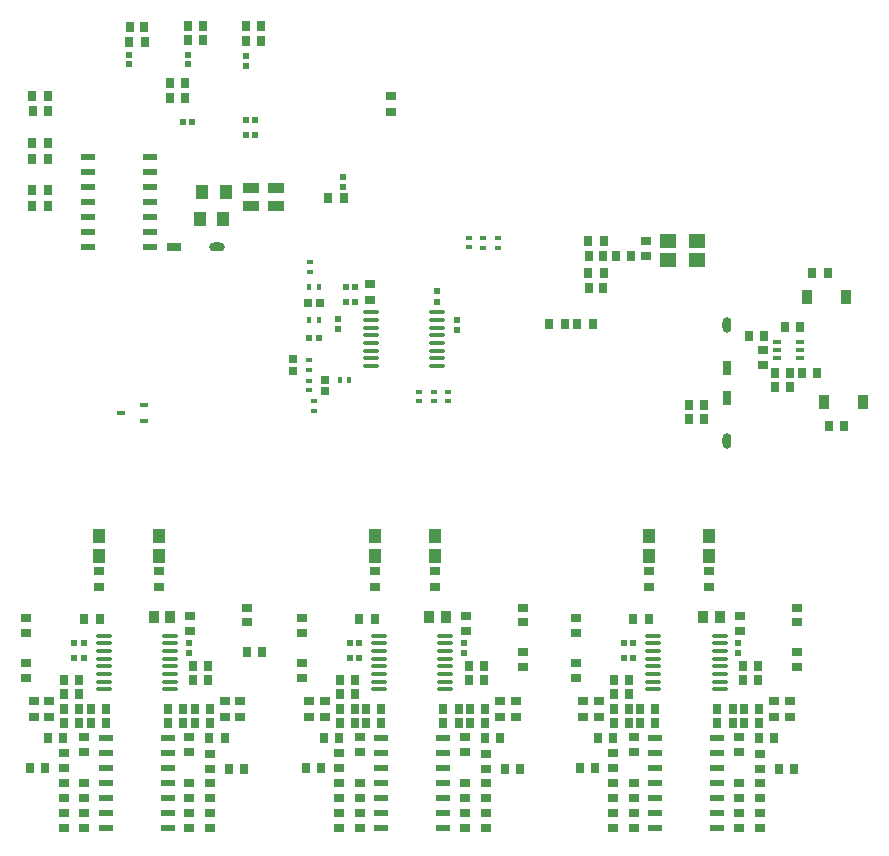
<source format=gbp>
G04*
G04 #@! TF.GenerationSoftware,Altium Limited,Altium Designer,24.2.2 (26)*
G04*
G04 Layer_Color=128*
%FSLAX44Y44*%
%MOMM*%
G71*
G04*
G04 #@! TF.SameCoordinates,5A119275-FC27-4C3E-9DDE-49B88916FCE2*
G04*
G04*
G04 #@! TF.FilePolarity,Positive*
G04*
G01*
G75*
%ADD25R,0.5200X0.5200*%
%ADD27R,0.5200X0.5200*%
%ADD33R,0.9500X0.8000*%
%ADD35R,0.5500X0.5500*%
%ADD43R,0.7500X0.8500*%
%ADD44R,0.7000X0.8500*%
%ADD45R,0.8000X0.4000*%
%ADD85R,0.7000X0.4200*%
%ADD86R,0.8500X0.7500*%
%ADD87O,1.4000X0.3500*%
%ADD88R,1.0500X1.1500*%
%ADD89R,0.8000X0.9500*%
%ADD90R,0.7621X1.3082*%
G04:AMPARAMS|DCode=91|XSize=1.3082mm|YSize=0.7621mm|CornerRadius=0.3811mm|HoleSize=0mm|Usage=FLASHONLY|Rotation=270.000|XOffset=0mm|YOffset=0mm|HoleType=Round|Shape=RoundedRectangle|*
%AMROUNDEDRECTD91*
21,1,1.3082,0.0000,0,0,270.0*
21,1,0.5461,0.7621,0,0,270.0*
1,1,0.7621,0.0000,-0.2730*
1,1,0.7621,0.0000,0.2730*
1,1,0.7621,0.0000,0.2730*
1,1,0.7621,0.0000,-0.2730*
%
%ADD91ROUNDEDRECTD91*%
G04:AMPARAMS|DCode=92|XSize=0.55mm|YSize=1.25mm|CornerRadius=0.0495mm|HoleSize=0mm|Usage=FLASHONLY|Rotation=270.000|XOffset=0mm|YOffset=0mm|HoleType=Round|Shape=RoundedRectangle|*
%AMROUNDEDRECTD92*
21,1,0.5500,1.1510,0,0,270.0*
21,1,0.4510,1.2500,0,0,270.0*
1,1,0.0990,-0.5755,-0.2255*
1,1,0.0990,-0.5755,0.2255*
1,1,0.0990,0.5755,0.2255*
1,1,0.0990,0.5755,-0.2255*
%
%ADD92ROUNDEDRECTD92*%
%ADD93R,1.3082X0.7621*%
G04:AMPARAMS|DCode=94|XSize=1.3082mm|YSize=0.7621mm|CornerRadius=0.3811mm|HoleSize=0mm|Usage=FLASHONLY|Rotation=0.000|XOffset=0mm|YOffset=0mm|HoleType=Round|Shape=RoundedRectangle|*
%AMROUNDEDRECTD94*
21,1,1.3082,0.0000,0,0,0.0*
21,1,0.5461,0.7621,0,0,0.0*
1,1,0.7621,0.2730,0.0000*
1,1,0.7621,-0.2730,0.0000*
1,1,0.7621,-0.2730,0.0000*
1,1,0.7621,0.2730,0.0000*
%
%ADD94ROUNDEDRECTD94*%
%ADD95R,0.4000X0.5000*%
%ADD96R,1.3500X0.9500*%
%ADD97R,1.0000X1.2500*%
%ADD98R,0.5000X0.4000*%
%ADD99R,0.6725X0.7154*%
%ADD100R,0.7154X0.6725*%
%ADD101R,1.4562X1.2546*%
%ADD102R,0.9500X1.0500*%
%ADD103R,0.8500X0.7000*%
%ADD104R,0.8621X0.7565*%
%ADD105R,0.9100X1.2200*%
D25*
X292000Y662500D02*
D03*
X300000D02*
D03*
X207448Y803751D02*
D03*
X215448D02*
D03*
X207448Y816501D02*
D03*
X215448D02*
D03*
X161948Y815001D02*
D03*
X153948D02*
D03*
X535500Y373250D02*
D03*
X527500D02*
D03*
X303500Y360500D02*
D03*
X295500D02*
D03*
X303500Y373250D02*
D03*
X295500D02*
D03*
X70250Y373250D02*
D03*
X62250D02*
D03*
X70250Y360500D02*
D03*
X62250D02*
D03*
X269350Y632000D02*
D03*
X261350D02*
D03*
X535500Y360500D02*
D03*
X527500D02*
D03*
X300000Y675250D02*
D03*
X292000D02*
D03*
D27*
X158250Y863750D02*
D03*
Y871750D02*
D03*
X108750Y863750D02*
D03*
Y871750D02*
D03*
X392500Y373500D02*
D03*
Y365500D02*
D03*
X159250Y373500D02*
D03*
Y365500D02*
D03*
X386500Y639000D02*
D03*
Y647000D02*
D03*
X207448Y870500D02*
D03*
Y862500D02*
D03*
X624500Y373500D02*
D03*
Y365500D02*
D03*
D33*
X312750Y677900D02*
D03*
Y664400D02*
D03*
X274250Y310750D02*
D03*
Y324250D02*
D03*
X261000Y310750D02*
D03*
Y324250D02*
D03*
X436087Y310750D02*
D03*
Y324250D02*
D03*
X422837Y310750D02*
D03*
Y324250D02*
D03*
X189587Y310750D02*
D03*
Y324250D02*
D03*
X202837Y310750D02*
D03*
Y324250D02*
D03*
X27750Y310750D02*
D03*
Y324250D02*
D03*
X41000Y310750D02*
D03*
Y324250D02*
D03*
X654837Y310750D02*
D03*
Y324250D02*
D03*
X668087Y310750D02*
D03*
Y324250D02*
D03*
X493000Y310750D02*
D03*
Y324250D02*
D03*
X506250Y310750D02*
D03*
Y324250D02*
D03*
D35*
X285850Y648250D02*
D03*
Y639250D02*
D03*
X369500Y662250D02*
D03*
Y671250D02*
D03*
X290000Y759250D02*
D03*
Y768250D02*
D03*
D43*
X595750Y563000D02*
D03*
X582750D02*
D03*
X497500Y686500D02*
D03*
X510500D02*
D03*
X497500Y713750D02*
D03*
X510500D02*
D03*
X533500Y701250D02*
D03*
X520500D02*
D03*
X501000Y644000D02*
D03*
X488000D02*
D03*
X464500D02*
D03*
X477500D02*
D03*
X277250Y750000D02*
D03*
X290250D02*
D03*
X171250Y883750D02*
D03*
X158250D02*
D03*
X158250Y896250D02*
D03*
X171250D02*
D03*
X273250Y293100D02*
D03*
X286250D02*
D03*
X322250Y306100D02*
D03*
X309250D02*
D03*
X258000Y267850D02*
D03*
X271000D02*
D03*
X322250Y318100D02*
D03*
X309250D02*
D03*
X374750Y318000D02*
D03*
X387750D02*
D03*
X422750Y292850D02*
D03*
X409750D02*
D03*
X374750Y306000D02*
D03*
X387750D02*
D03*
X439500Y266850D02*
D03*
X426500D02*
D03*
X206250Y266850D02*
D03*
X193250D02*
D03*
X141500Y306000D02*
D03*
X154500D02*
D03*
X189500Y292850D02*
D03*
X176500D02*
D03*
X141500Y318000D02*
D03*
X154500D02*
D03*
X89000Y318100D02*
D03*
X76000D02*
D03*
X24750Y267850D02*
D03*
X37750D02*
D03*
X89000Y306100D02*
D03*
X76000D02*
D03*
X40000Y293100D02*
D03*
X53000D02*
D03*
X207500Y896250D02*
D03*
X220500D02*
D03*
X156250Y847750D02*
D03*
X143250D02*
D03*
X220500Y883700D02*
D03*
X207500D02*
D03*
X108750Y882853D02*
D03*
X121750D02*
D03*
X156250Y835250D02*
D03*
X143250D02*
D03*
X671500Y266850D02*
D03*
X658500D02*
D03*
X606750Y306000D02*
D03*
X619750D02*
D03*
X654750Y292850D02*
D03*
X641750D02*
D03*
X606750Y318000D02*
D03*
X619750D02*
D03*
X554250Y318100D02*
D03*
X541250D02*
D03*
X490000Y267850D02*
D03*
X503000D02*
D03*
X554250Y306100D02*
D03*
X541250D02*
D03*
X505251Y293100D02*
D03*
X518250D02*
D03*
X655500Y590500D02*
D03*
X668500D02*
D03*
X678000Y602500D02*
D03*
X691000D02*
D03*
X664000Y641250D02*
D03*
X677000D02*
D03*
X701250Y557500D02*
D03*
X714250D02*
D03*
X687000Y686500D02*
D03*
X700000D02*
D03*
X40000Y824000D02*
D03*
X27000D02*
D03*
D44*
X595000Y575500D02*
D03*
X582500D02*
D03*
X497750Y701250D02*
D03*
X510250D02*
D03*
X497750Y673962D02*
D03*
X510250D02*
D03*
X299501Y306100D02*
D03*
X287001D02*
D03*
X299501Y318100D02*
D03*
X287001D02*
D03*
X397500Y318000D02*
D03*
X410000D02*
D03*
X397500Y306000D02*
D03*
X410000D02*
D03*
X396400Y354329D02*
D03*
X408900D02*
D03*
X396400Y342329D02*
D03*
X408900D02*
D03*
X299501Y330200D02*
D03*
X287001D02*
D03*
X299501Y342200D02*
D03*
X287001D02*
D03*
X66250Y342200D02*
D03*
X53750D02*
D03*
X66250Y330200D02*
D03*
X53750D02*
D03*
X163150Y342330D02*
D03*
X175650D02*
D03*
X163150Y354330D02*
D03*
X175650D02*
D03*
X221000Y365750D02*
D03*
X208500D02*
D03*
X164250Y306000D02*
D03*
X176750D02*
D03*
X164250Y318000D02*
D03*
X176750D02*
D03*
X66250Y318100D02*
D03*
X53750D02*
D03*
X66250Y306100D02*
D03*
X53750D02*
D03*
X121500Y895500D02*
D03*
X109000D02*
D03*
X531500Y342200D02*
D03*
X519001D02*
D03*
X531500Y330200D02*
D03*
X519001D02*
D03*
X628400Y342330D02*
D03*
X640900D02*
D03*
X628400Y354330D02*
D03*
X640900D02*
D03*
X629500Y306000D02*
D03*
X642000D02*
D03*
X629500Y318000D02*
D03*
X642000D02*
D03*
X531500Y318100D02*
D03*
X519001D02*
D03*
X531500Y306100D02*
D03*
X519001D02*
D03*
X668250Y602500D02*
D03*
X655750D02*
D03*
X646250Y633250D02*
D03*
X633750D02*
D03*
D45*
X657250Y615250D02*
D03*
Y621750D02*
D03*
Y628250D02*
D03*
X676250D02*
D03*
Y621750D02*
D03*
Y615250D02*
D03*
D85*
X101500Y568250D02*
D03*
X121500Y561750D02*
D03*
Y574750D02*
D03*
D86*
X330750Y836500D02*
D03*
Y823500D02*
D03*
X546000Y714250D02*
D03*
Y701250D02*
D03*
X304000Y216849D02*
D03*
Y229850D02*
D03*
Y255350D02*
D03*
Y242349D02*
D03*
X393000Y216849D02*
D03*
Y229850D02*
D03*
X393000Y255250D02*
D03*
Y242250D02*
D03*
X316750Y421250D02*
D03*
Y434250D02*
D03*
X367550Y421250D02*
D03*
Y434250D02*
D03*
X134300Y421250D02*
D03*
Y434250D02*
D03*
X83500Y421250D02*
D03*
Y434250D02*
D03*
X159750Y255250D02*
D03*
Y242250D02*
D03*
Y216850D02*
D03*
Y229850D02*
D03*
X70750Y255350D02*
D03*
Y242350D02*
D03*
Y216850D02*
D03*
Y229850D02*
D03*
X548750Y421250D02*
D03*
Y434250D02*
D03*
X599550Y421250D02*
D03*
Y434250D02*
D03*
X625000Y255250D02*
D03*
Y242250D02*
D03*
Y216850D02*
D03*
Y229850D02*
D03*
X536000Y255350D02*
D03*
Y242350D02*
D03*
Y216850D02*
D03*
Y229850D02*
D03*
X645000Y608750D02*
D03*
Y621750D02*
D03*
D87*
X369500Y653500D02*
D03*
Y647000D02*
D03*
Y640500D02*
D03*
Y634000D02*
D03*
Y627500D02*
D03*
Y621000D02*
D03*
Y614500D02*
D03*
Y608000D02*
D03*
X313500Y653500D02*
D03*
Y647000D02*
D03*
Y640500D02*
D03*
Y634000D02*
D03*
Y627500D02*
D03*
Y621000D02*
D03*
Y614500D02*
D03*
Y608000D02*
D03*
X376500Y379750D02*
D03*
Y373250D02*
D03*
Y366750D02*
D03*
Y360250D02*
D03*
Y353750D02*
D03*
Y347250D02*
D03*
Y340750D02*
D03*
Y334250D02*
D03*
X320500Y379750D02*
D03*
Y373250D02*
D03*
Y366750D02*
D03*
Y360250D02*
D03*
Y353750D02*
D03*
Y347250D02*
D03*
Y340750D02*
D03*
Y334250D02*
D03*
X143250Y379750D02*
D03*
Y373250D02*
D03*
Y366750D02*
D03*
Y360250D02*
D03*
Y353750D02*
D03*
Y347250D02*
D03*
Y340750D02*
D03*
Y334250D02*
D03*
X87250Y379750D02*
D03*
Y373250D02*
D03*
Y366750D02*
D03*
Y360250D02*
D03*
Y353750D02*
D03*
Y347250D02*
D03*
Y340750D02*
D03*
Y334250D02*
D03*
X608500Y379750D02*
D03*
Y373250D02*
D03*
Y366750D02*
D03*
Y360250D02*
D03*
Y353750D02*
D03*
Y347250D02*
D03*
Y340750D02*
D03*
Y334250D02*
D03*
X552500Y379750D02*
D03*
Y373250D02*
D03*
Y366750D02*
D03*
Y360250D02*
D03*
Y353750D02*
D03*
Y347250D02*
D03*
Y340750D02*
D03*
Y334250D02*
D03*
D88*
X599500Y447000D02*
D03*
Y464000D02*
D03*
X548750D02*
D03*
Y447000D02*
D03*
X316750Y464000D02*
D03*
Y447000D02*
D03*
X367500Y464000D02*
D03*
Y447000D02*
D03*
X83500Y464000D02*
D03*
Y447000D02*
D03*
X134250Y464000D02*
D03*
Y447000D02*
D03*
D89*
X549000Y393500D02*
D03*
X535500D02*
D03*
X303500Y393500D02*
D03*
X317000D02*
D03*
X70250Y393500D02*
D03*
X83750D02*
D03*
X26500Y757250D02*
D03*
X40000D02*
D03*
X26500Y783000D02*
D03*
X40000D02*
D03*
X26500Y743750D02*
D03*
X40000D02*
D03*
X40000Y796500D02*
D03*
X26500D02*
D03*
X40000Y836500D02*
D03*
X26500D02*
D03*
D90*
X615000Y581250D02*
D03*
Y606250D02*
D03*
D91*
Y544750D02*
D03*
Y642750D02*
D03*
D92*
X74000Y709150D02*
D03*
Y721850D02*
D03*
Y734550D02*
D03*
Y747250D02*
D03*
Y759950D02*
D03*
Y772650D02*
D03*
Y785350D02*
D03*
X126500Y709150D02*
D03*
Y721850D02*
D03*
Y734550D02*
D03*
Y747250D02*
D03*
Y759950D02*
D03*
Y772650D02*
D03*
Y785350D02*
D03*
X374750Y293350D02*
D03*
Y280650D02*
D03*
Y267950D02*
D03*
Y255250D02*
D03*
Y242550D02*
D03*
Y229850D02*
D03*
Y217150D02*
D03*
X322250Y293350D02*
D03*
Y280650D02*
D03*
Y267950D02*
D03*
Y255250D02*
D03*
Y242550D02*
D03*
Y229850D02*
D03*
Y217150D02*
D03*
X141500Y293350D02*
D03*
Y280650D02*
D03*
Y267950D02*
D03*
Y255250D02*
D03*
Y242550D02*
D03*
Y229850D02*
D03*
Y217150D02*
D03*
X89000Y293350D02*
D03*
Y280650D02*
D03*
Y267950D02*
D03*
Y255250D02*
D03*
Y242550D02*
D03*
Y229850D02*
D03*
Y217150D02*
D03*
X606750Y293350D02*
D03*
Y280650D02*
D03*
Y267950D02*
D03*
Y255250D02*
D03*
Y242550D02*
D03*
Y229850D02*
D03*
Y217150D02*
D03*
X554250Y293350D02*
D03*
Y280650D02*
D03*
Y267950D02*
D03*
Y255250D02*
D03*
Y242550D02*
D03*
Y229850D02*
D03*
Y217150D02*
D03*
D93*
X146750Y708500D02*
D03*
D94*
X183250D02*
D03*
D95*
X269350Y647000D02*
D03*
X261350D02*
D03*
X295100Y596500D02*
D03*
X287100D02*
D03*
X269059Y675250D02*
D03*
X261059D02*
D03*
D96*
X233000Y758500D02*
D03*
Y743500D02*
D03*
X211500Y758500D02*
D03*
Y743500D02*
D03*
D97*
X170750Y755166D02*
D03*
X190750D02*
D03*
X188250Y732167D02*
D03*
X168250D02*
D03*
D98*
X366500Y586250D02*
D03*
Y578250D02*
D03*
X354000Y586250D02*
D03*
Y578250D02*
D03*
X421000Y708250D02*
D03*
Y716250D02*
D03*
X261100Y595500D02*
D03*
Y587500D02*
D03*
X261500Y695750D02*
D03*
Y687750D02*
D03*
X396000Y716750D02*
D03*
Y708750D02*
D03*
X379000Y578250D02*
D03*
Y586250D02*
D03*
X265250Y578250D02*
D03*
Y570250D02*
D03*
X260963Y612959D02*
D03*
Y604959D02*
D03*
X408500Y716250D02*
D03*
Y708250D02*
D03*
D99*
X247350Y604214D02*
D03*
Y613786D02*
D03*
X274600Y586714D02*
D03*
Y596286D02*
D03*
D100*
X260273Y661750D02*
D03*
X269845D02*
D03*
D101*
X564674Y714289D02*
D03*
Y697773D02*
D03*
X589174Y714289D02*
D03*
Y697773D02*
D03*
D102*
X594750Y395500D02*
D03*
X608750D02*
D03*
X362750Y395500D02*
D03*
X376750D02*
D03*
X129500Y395500D02*
D03*
X143500D02*
D03*
D103*
X625500Y396250D02*
D03*
Y383750D02*
D03*
X254750Y382000D02*
D03*
Y394500D02*
D03*
X441750Y353250D02*
D03*
Y365750D02*
D03*
X254750Y344250D02*
D03*
Y356750D02*
D03*
X441750Y391000D02*
D03*
Y403500D02*
D03*
X393500Y396250D02*
D03*
Y383750D02*
D03*
X160250Y396250D02*
D03*
Y383750D02*
D03*
X208500Y391000D02*
D03*
Y403500D02*
D03*
X21500Y344250D02*
D03*
Y356750D02*
D03*
X21500Y382000D02*
D03*
Y394500D02*
D03*
X673750Y391000D02*
D03*
Y403500D02*
D03*
X486750Y344251D02*
D03*
Y356750D02*
D03*
X673749Y353250D02*
D03*
Y365750D02*
D03*
X486750Y382001D02*
D03*
Y394501D02*
D03*
D104*
X304000Y294109D02*
D03*
Y281092D02*
D03*
X286500Y280858D02*
D03*
Y267841D02*
D03*
X286751Y216841D02*
D03*
Y229858D02*
D03*
Y255358D02*
D03*
Y242341D02*
D03*
X410500Y216591D02*
D03*
Y229608D02*
D03*
X410501Y255250D02*
D03*
Y242233D02*
D03*
X393000Y294109D02*
D03*
Y281092D02*
D03*
X410501Y279859D02*
D03*
Y266842D02*
D03*
X177250Y279858D02*
D03*
Y266841D02*
D03*
X159750Y294109D02*
D03*
Y281091D02*
D03*
X177250Y255250D02*
D03*
Y242233D02*
D03*
Y216591D02*
D03*
Y229608D02*
D03*
X53500Y255359D02*
D03*
Y242341D02*
D03*
Y216842D02*
D03*
Y229858D02*
D03*
X53250Y280859D02*
D03*
Y267842D02*
D03*
X70750Y294109D02*
D03*
Y281091D02*
D03*
X642500Y279859D02*
D03*
Y266842D02*
D03*
X625000Y294109D02*
D03*
Y281092D02*
D03*
X642500Y255250D02*
D03*
Y242233D02*
D03*
Y216591D02*
D03*
Y229608D02*
D03*
X518750Y255359D02*
D03*
Y242341D02*
D03*
Y216842D02*
D03*
Y229859D02*
D03*
X518500Y280859D02*
D03*
Y267842D02*
D03*
X536000Y294109D02*
D03*
Y281092D02*
D03*
D105*
X696937Y577250D02*
D03*
X729637D02*
D03*
X683000Y666500D02*
D03*
X715700D02*
D03*
M02*

</source>
